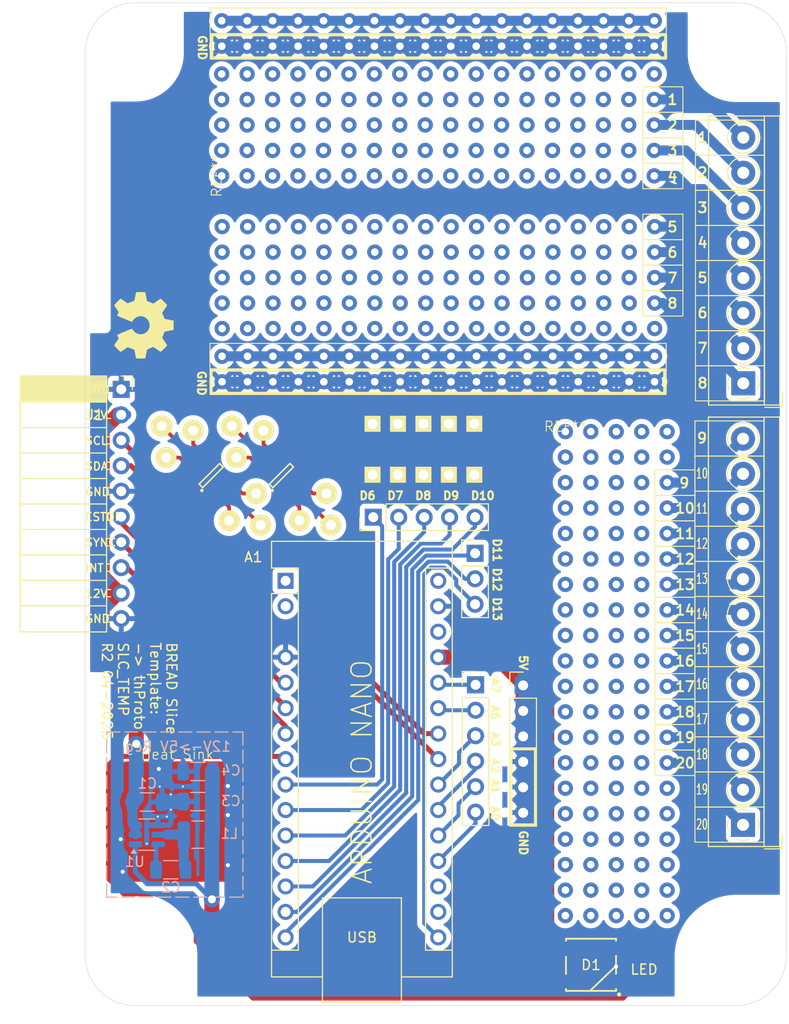
<source format=kicad_pcb>
(kicad_pcb (version 20240108) (generator "pcbnew") (generator_version "8.0")
  (layers (0 "F.Cu" signal) (31 "B.Cu" signal) (34 "B.Paste" user) (35 "F.Paste" user) (36 "B.SilkS" user "B.Silkscreen") (37 "F.SilkS" user "F.Silkscreen") (38 "B.Mask" user) (39 "F.Mask" user) (44 "Edge.Cuts" user))
  (net 0 "")
  (net 3 "GND")
  (net 4 "/D12")
  (net 5 "+5V")
  (net 6 "/LED")
  (net 7 "/I2C_CLK")
  (net 8 "/D11")
  (net 9 "/I2C_DAT")
  (net 10 "/D10")
  (net 11 "/SYNC")
  (net 13 "/E_STOP")
  (net 14 "/A0")
  (net 15 "/A6")
  (net 16 "/A1")
  (net 17 "/A2")
  (net 18 "+12V")
  (net 19 "/INT")
  (net 20 "/D8")
  (net 21 "/A7")
  (net 22 "/D6")
  (net 23 "/D7")
  (net 24 "/D9")
  (net 25 "/D13")
  (net 26 "/A3")
  (net 27 "/RESET")
  (net 28 "Net-(U1-SW)")
  (net 29 "Net-(U1-BST)")
  (net 30 "unconnected-(A1-VIN-Pad30)")
  (net 32 "/AREF")
  (footprint "MountingHole:MountingHole_5mm" (layer "F.Cu") (at 127.6 44.8)
    (property "Reference" "H1" (hide yes))
    (property "Value" "MountingHole")
  )
  (footprint "MountingHole:MountingHole_5mm" (layer "F.Cu") (at 187.6 44.8)
    (property "Reference" "H3" (hide yes))
    (property "Value" "MountingHole")
  )
  (footprint "MountingHole:MountingHole_5mm" (layer "F.Cu") (at 127.6 134.8)
    (property "Reference" "H2" (hide yes))
    (property "Value" "MountingHole")
  )
  (footprint "MountingHole:MountingHole_5mm" (layer "F.Cu") (at 187.6 134.8)
    (property "Reference" "H4" (hide yes))
    (property "Value" "MountingHole")
  )
  (footprint "Module:Arduino_Nano" (layer "F.Cu") (at 142.61 97.44)
    (property "Reference" "A1")
    (property "Value" "Arduino_Nano_v3.x")
  )
  (footprint "Connector_PinSocket_2.54mm:PinSocket_1x10_P2.54mm_Horizontal" (layer "F.Cu") (at 126.2 78.35)
    (property "Reference" "J1")
    (property "Value" "Conn_01x10_Female")
  )
  (footprint "Symbol:OSHW-Symbol_6.7x6mm_SilkScreen" (layer "F.Cu") (at 128.45 71.95 -90)
    (property "Reference" "Logo1" (hide yes))
    (property "Value" "Logo_Open_Hardware_Small" (hide yes))
  )
  (footprint "KML-Custom:Thermal Pad" (layer "F.Cu") (at 131.8 121.45)
    (property "Reference" "HS1")
    (property "Value" "Heatsink_Pad")
  )
  (footprint "kicad_wrk:PROTO-0805" (layer "F.Cu") (at 158.91 84.325 90)
    (property "Reference" "")
    (property "Value" "")
  )
  (footprint "Connector_PinHeader_2.54mm:PinHeader_1x03_P2.54mm_Vertical" (layer "F.Cu") (at 161.525 94.7)
    (property "Reference" "REF**" (hide yes))
    (property "Value" "PinHeader_1x03_P2.54mm_Vertical" (hide yes))
  )
  (footprint "kicad_wrk:PROTO-0805" (layer "F.Cu") (at 156.37 84.325 90)
    (property "Reference" "")
    (property "Value" "")
  )
  (footprint "Connector_PinHeader_2.54mm:PinHeader_1x06_P2.54mm_Vertical" (layer "F.Cu") (at 161.575 107.81)
    (property "Reference" "REF**" (hide yes))
    (property "Value" "PinHeader_1x06_P2.54mm_Vertical" (hide yes))
  )
  (footprint "SparkFun-LED:WS2812-5050-4PIN" (layer "F.Cu") (at 173.1 135.732769)
    (property "Reference" "D1")
    (property "Value" "WS2812B_5050")
  )
  (footprint "Connector_PinHeader_2.54mm:PinHeader_1x05_P2.54mm_Vertical" (layer "F.Cu") (at 151.365 91.1 90)
    (property "Reference" "REF**" (hide yes))
    (property "Value" "PinHeader_1x05_P2.54mm_Vertical" (hide yes))
  )
  (footprint "kicad_wrk:PROTO-SOT-23-6" (layer "F.Cu") (at 135.177465 86.948075 135)
    (property "Reference" "")
    (property "Value" "")
  )
  (footprint "proto:protogrid_5x15" (layer "F.Cu") (at 179.455 62.125 -90)
    (property "Reference" "REF**" (hide yes))
    (property "Value" "protogrid_5x15" (hide yes))
  )
  (footprint "kicad_wrk:PROTO-SOT-23-6" (layer "F.Cu") (at 142.193629 86.943629 135)
    (property "Reference" "")
    (property "Value" "")
  )
  (footprint "TerminalBlock_4Ucon:TerminalBlock_4Ucon_1x12_P3.50mm_Horizontal" (layer "F.Cu") (at 188.275 121.775 90)
    (property "Reference" "REF**" (hide yes))
    (property "Value" "TerminalBlock_4Ucon_1x12_P3.50mm_Horizontal" (hide yes))
  )
  (footprint "proto:protogrid_5x15" (layer "F.Cu") (at 136.23 57.064 90)
    (property "Reference" "REF**")
    (property "Value" "protogrid_5x15")
  )
  (footprint "TerminalBlock_4Ucon:TerminalBlock_4Ucon_1x08_P3.50mm_Horizontal" (layer "F.Cu") (at 188.3 77.75 90)
    (property "Reference" "REF**" (hide yes))
    (property "Value" "TerminalBlock_4Ucon_1x08_P3.50mm_Horizontal" (hide yes))
  )
  (footprint "kicad_wrk:PROTO-0805" (layer "F.Cu") (at 153.83 84.325 -90)
    (property "Reference" "")
    (property "Value" "")
  )
  (footprint "kicad_wrk:PROTO-0805" (layer "F.Cu") (at 161.45 84.325 90)
    (property "Reference" "")
    (property "Value" "")
  )
  (footprint "kicad_wrk:PROTO-0805" (layer "F.Cu") (at 151.29 84.325 90)
    (property "Reference" "")
    (property "Value" "")
  )
  (footprint "proto:protogrid_5x20" (layer "F.Cu") (at 170.54 82.565)
    (property "Reference" "REF**")
    (property "Value" "protogrid_5x20" (hide yes))
  )
  (footprint "Connector_PinHeader_2.54mm:PinHeader_1x06_P2.54mm_Vertical" (layer "F.Cu") (at 166.325 107.875)
    (property "Reference" "REF**" (hide yes))
    (property "Value" "PinHeader_1x06_P2.54mm_Vertical" (hide yes))
  )
  (footprint "Capacitor_SMD:C_1206_3216Metric" (layer "B.Cu") (at 128.8 119.5 180)
    (property "Reference" "C1")
    (property "Value" "22uF")
  )
  (footprint "Package_TO_SOT_SMD:TSOT-23-6" (layer "B.Cu") (at 128.75 122.755)
    (property "Reference" "U1")
    (property "Value" "~")
  )
  (footprint "Capacitor_SMD:C_1206_3216Metric" (layer "B.Cu") (at 131.15 126.255 180)
    (property "Reference" "C2")
    (property "Value" "100nF")
  )
  (footprint "Capacitor_SMD:C_1206_3216Metric" (layer "B.Cu") (at 133.85 119.455)
    (property "Reference" "C3")
    (property "Value" "22uF")
  )
  (footprint "Capacitor_SMD:C_1206_3216Metric" (layer "B.Cu") (at 133.85 116.455)
    (property "Reference" "C4")
    (property "Value" "22uF")
  )
  (footprint "Inductor_SMD:L_1210_3225Metric" (layer "B.Cu") (at 133.85 122.755)
    (property "Reference" "L1")
    (property "Value" "4.7uH")
  )
  (gr_rect (start 124.75 112.516) (end 138.35 128.984) (stroke (width 0.12) (type dash)) (fill none) (layer "B.SilkS"))
  (gr_rect (start 179.475 104.16) (end 183.475 106.7) (stroke (width 0.1)) (fill none) (layer "F.SilkS"))
  (gr_rect (start 179.475 86.38) (end 183.475 88.92) (stroke (width 0.1)) (fill none) (layer "F.SilkS"))
  (gr_rect (start 183.525 65.5) (end 190.425 69) (stroke (width 0.1)) (fill none) (layer "F.SilkS"))
  (gr_rect (start 178.275 65.96) (end 182.275 68.5) (stroke (width 0.1)) (fill none) (layer "F.SilkS"))
  (gr_rect (start 165.1125 114.2) (end 167.55 121.775) (stroke (width 0.3)) (fill none) (layer "F.SilkS"))
  (gr_rect (start 183.525 72.5) (end 190.425 76) (stroke (width 0.1)) (fill none) (layer "F.SilkS"))
  (gr_rect (start 178.275 55.8) (end 182.275 58.34) (stroke (width 0.1)) (fill none) (layer "F.SilkS"))
  (gr_rect (start 183.475 120) (end 190.375 123.5) (stroke (width 0.1)) (fill none) (layer "F.SilkS"))
  (gr_rect (start 179.475 96.54) (end 183.475 99.08) (stroke (width 0.1)) (fill none) (layer "F.SilkS"))
  (gr_rect (start 183.475 99) (end 190.375 102.5) (stroke (width 0.1)) (fill none) (layer "F.SilkS"))
  (gr_rect (start 178.275 48.18) (end 182.275 50.72) (stroke (width 0.1)) (fill none) (layer "F.SilkS"))
  (gr_rect (start 183.475 95.5) (end 190.375 99) (stroke (width 0.1)) (fill none) (layer "F.SilkS"))
  (gr_rect (start 179.475 91.46) (end 183.475 94) (stroke (width 0.1)) (fill none) (layer "F.SilkS"))
  (gr_rect (start 179.475 106.7) (end 183.475 109.24) (stroke (width 0.1)) (fill none) (layer "F.SilkS"))
  (gr_rect (start 179.475 109.24) (end 183.475 111.78) (stroke (width 0.1)) (fill none) (layer "F.SilkS"))
  (gr_rect (start 179.475 88.92) (end 183.475 91.46) (stroke (width 0.1)) (fill none) (layer "F.SilkS"))
  (gr_rect (start 183.475 81.5) (end 190.375 85) (stroke (width 0.1)) (fill none) (layer "F.SilkS"))
  (gr_rect (start 183.475 116.5) (end 190.375 120) (stroke (width 0.1)) (fill none) (layer "F.SilkS"))
  (gr_rect (start 178.275 53.26) (end 182.275 55.8) (stroke (width 0.1)) (fill none) (layer "F.SilkS"))
  (gr_rect (start 179.475 99.08) (end 183.475 101.62) (stroke (width 0.1)) (fill none) (layer "F.SilkS"))
  (gr_rect (start 179.475 94) (end 183.475 96.54) (stroke (width 0.1)) (fill none) (layer "F.SilkS"))
  (gr_rect (start 183.525 62) (end 190.425 65.5) (stroke (width 0.1)) (fill none) (layer "F.SilkS"))
  (gr_rect (start 183.475 88.5) (end 190.375 92) (stroke (width 0.1)) (fill none) (layer "F.SilkS"))
  (gr_rect (start 183.475 102.5) (end 190.375 106) (stroke (width 0.1)) (fill none) (layer "F.SilkS"))
  (gr_rect (start 183.525 51.5) (end 190.425 55) (stroke (width 0.1)) (fill none) (layer "F.SilkS"))
  (gr_rect (start 183.525 55) (end 190.425 58.5) (stroke (width 0.1)) (fill none) (layer "F.SilkS"))
  (gr_rect (start 178.275 50.72) (end 182.275 53.26) (stroke (width 0.1)) (fill none) (layer "F.SilkS"))
  (gr_rect (start 183.475 85) (end 190.375 88.5) (stroke (width 0.1)) (fill none) (layer "F.SilkS"))
  (gr_rect (start 183.525 58.5) (end 190.425 62) (stroke (width 0.1)) (fill none) (layer "F.SilkS"))
  (gr_rect (start 178.275 60.88) (end 182.275 63.42) (stroke (width 0.1)) (fill none) (layer "F.SilkS"))
  (gr_rect (start 179.475 114.32) (end 183.475 116.86) (stroke (width 0.1)) (fill none) (layer "F.SilkS"))
  (gr_rect (start 183.475 113) (end 190.375 116.5) (stroke (width 0.1)) (fill none) (layer "F.SilkS"))
  (gr_rect (start 183.475 109.5) (end 190.375 113) (stroke (width 0.1)) (fill none) (layer "F.SilkS"))
  (gr_rect (start 135.18 76.44) (end 180.455 78.74) (stroke (width 0.3)) (fill none) (layer "F.SilkS"))
  (gr_rect (start 135.25 43) (end 180.55 45.3) (stroke (width 0.3)) (fill none) (layer "F.SilkS"))
  (gr_rect (start 178.275 68.5) (end 182.275 71.04) (stroke (width 0.1)) (fill none) (layer "F.SilkS"))
  (gr_rect (start 179.475 111.78) (end 183.475 114.32) (stroke (width 0.1)) (fill none) (layer "F.SilkS"))
  (gr_rect (start 179.475 101.62) (end 183.475 104.16) (stroke (width 0.1)) (fill none) (layer "F.SilkS"))
  (gr_rect (start 178.275 63.42) (end 182.275 65.96) (stroke (width 0.1)) (fill none) (layer "F.SilkS"))
  (gr_rect (start 183.475 106) (end 190.375 109.5) (stroke (width 0.1)) (fill none) (layer "F.SilkS"))
  (gr_rect (start 183.525 69) (end 190.425 72.5) (stroke (width 0.1)) (fill none) (layer "F.SilkS"))
  (gr_rect (start 183.475 92) (end 190.375 95.5) (stroke (width 0.1)) (fill none) (layer "F.SilkS"))
  (gr_rect (start 183.525 76) (end 190.425 79.5) (stroke (width 0.1)) (fill none) (layer "F.SilkS"))
  (gr_line (start 192.6 44.8) (end 192.6 94.8) (stroke (width 0.05)) (layer "Edge.Cuts"))
  (gr_arc (start 187.6 39.8) (mid 191.135534 41.264466) (end 192.6 44.8) (stroke (width 0.05)) (layer "Edge.Cuts"))
  (gr_arc (start 192.6 134.8) (mid 191.135534 138.335534) (end 187.6 139.8) (stroke (width 0.05)) (layer "Edge.Cuts"))
  (gr_line (start 152.6 39.8) (end 187.6 39.8) (stroke (width 0.05)) (layer "Edge.Cuts"))
  (gr_arc (start 122.6 44.8) (mid 124.064466 41.264466) (end 127.6 39.8) (stroke (width 0.05)) (layer "Edge.Cuts"))
  (gr_line (start 192.6 94.8) (end 192.6 134.8) (stroke (width 0.05)) (layer "Edge.Cuts"))
  (gr_line (start 122.6 134.8) (end 122.6 44.8) (stroke (width 0.05)) (layer "Edge.Cuts"))
  (gr_line (start 127.6 39.8) (end 152.6 39.8) (stroke (width 0.05)) (layer "Edge.Cuts"))
  (gr_arc (start 127.6 139.8) (mid 124.064466 138.335534) (end 122.6 134.8) (stroke (width 0.05)) (layer "Edge.Cuts"))
  (gr_line (start 160.188 139.8) (end 187.6 139.8) (stroke (width 0.05)) (layer "Edge.Cuts"))
  (gr_line (start 127.6 139.8) (end 160.188 139.8) (stroke (width 0.05)) (layer "Edge.Cuts"))
  (gr_text "12V->5V Reg" (at 131.85 114.555 0) (layer "B.SilkS") (effects (font (size 1 1)) (justify bottom mirror)))
  (gr_text "16" (at 183.525 108.325 0) (layer "F.SilkS") (effects (font (size 1 0.6) (thickness 0.125) (bold yes)) (justify left bottom)))
  (gr_text "17" (at 183.525 111.825 0) (layer "F.SilkS") (effects (font (size 1 0.6) (thickness 0.125) (bold yes)) (justify left bottom)))
  (gr_text "GND" (at 123.829762 88.575 0) (layer "F.SilkS") (effects (font (size 0.8 0.8))))
  (gr_text "15" (at 183.525 104.825 0) (layer "F.SilkS") (effects (font (size 1 0.6) (thickness 0.125) (bold yes)) (justify left bottom)))
  (gr_text "D11 D12 D13" (at 163.25 93.1 270) (layer "F.SilkS") (effects (font (size 0.8 0.8) (thickness 0.2) (bold yes)) (justify left bottom)))
  (gr_text "18" (at 183.525 115.325 0) (layer "F.SilkS") (effects (font (size 1 0.6) (thickness 0.125) (bold yes)) (justify left bottom)))
  (gr_text "20" (at 181.4 116.2 0) (layer "F.SilkS") (effects (font (size 1 1) (thickness 0.2) (bold yes)) (justify left bottom)))
  (gr_text "19" (at 181.4 113.66 0) (layer "F.SilkS") (effects (font (size 1 1) (thickness 0.2) (bold yes)) (justify left bottom)))
  (gr_text "4" (at 180.625 57.67 0) (layer "F.SilkS") (effects (font (size 1 1) (thickness 0.2) (bold yes)) (justify left bottom)))
  (gr_text "7" (at 183.625 74.825 0) (layer "F.SilkS") (effects (font (size 1 1) (thickness 0.2) (bold yes)) (justify left bottom)))
  (gr_text "4" (at 183.625 64.325 0) (layer "F.SilkS") (effects (font (size 1 1) (thickness 0.2) (bold yes)) (justify left bottom)))
  (gr_text "11" (at 183.525 90.825 0) (layer "F.SilkS") (effects (font (size 1 0.6) (thickness 0.125) (bold yes)) (justify left bottom)))
  (gr_text "16" (at 181.4 106.04 0) (layer "F.SilkS") (effects (font (size 1 1) (thickness 0.2) (bold yes)) (justify left bottom)))
  (gr_text "13" (at 181.4 98.42 0) (layer "F.SilkS") (effects (font (size 1 1) (thickness 0.2) (bold yes)) (justify left bottom)))
  (gr_text "LED" (at 178.4 136.2 0) (layer "F.SilkS") (effects (font (size 1 1))))
  (gr_text "5" (at 180.625 62.75 0) (layer "F.SilkS") (effects (font (size 1 1) (thickness 0.2) (bold yes)) (justify left bottom)))
  (gr_text "5" (at 183.625 67.825 0) (layer "F.SilkS") (effects (font (size 1 1) (thickness 0.2) (bold yes)) (justify left bottom)))
  (gr_text "12V" (at 123.715477 98.725 0) (layer "F.SilkS") (effects (font (size 0.8 0.8))))
  (gr_text "3" (at 180.625 55.13 0) (layer "F.SilkS") (effects (font (size 1 1) (thickness 0.2) (bold yes)) (justify left bottom)))
  (gr_text "GND" (at 165.875 122.225 270) (layer "F.SilkS") (effects (font (size 0.8 0.8) (thickness 0.2) (bold yes)) (justify left bottom)))
  (gr_text "SYNC" (at 124.153572 93.625 0) (layer "F.SilkS") (effects (font (size 0.8 0.8))))
  (gr_text "GND" (at 123.829762 101.225 0) (layer "F.SilkS") (effects (font (size 0.8 0.8))))
  (gr_text "BREAD Slice\nTemplate:\n-> thProto\nSLC_TEMP\nR2 04-2025" (at 128 103.5 270) (layer "F.SilkS") (effects (font (size 1 1)) (justify left)))
  (gr_text "GND" (at 123.829762 78.375 0) (layer "F.SilkS") (effects (font (size 0.8 0.8))))
  (gr_text "12" (at 181.4 95.88 0) (layer "F.SilkS") (effects (font (size 1 1) (thickness 0.2) (bold yes)) (justify left bottom)))
  (gr_text "GND" (at 133.825 42.925 270) (layer "F.SilkS") (effects (font (size 0.8 0.8) (thickness 0.2) (bold yes)) (justify left bottom)))
  (gr_text "A7  A6  A3  A2 A1  A0" (at 163.075 107.05 270) (layer "F.SilkS") (effects (font (size 0.8 0.8) (thickness 0.2) (bold yes)) (justify left bottom)))
  (gr_text "10" (at 183.525 87.325 0) (layer "F.SilkS") (effects (font (size 1 0.6) (thickness 0.125) (bold yes)) (justify left bottom)))
  (gr_text "10" (at 181.4 90.8 0) (layer "F.SilkS") (effects (font (size 1 1) (thickness 0.2) (bold yes)) (justify left bottom)))
  (gr_text "D6  D7  D8  D9  D10" (at 149.875 89.425 0) (layer "F.SilkS") (effects (font (size 0.8 0.8) (thickness 0.2) (bold yes)) (justify left bottom)))
  (gr_text "9" (at 181.8 88.275 0) (layer "F.SilkS") (effects (font (size 1 1) (thickness 0.2) (bold yes)) (justify left bottom)))
  (gr_text "2" (at 180.625 52.59 0) (layer "F.SilkS") (effects (font (size 1 1) (thickness 0.2) (bold yes)) (justify left bottom)))
  (gr_text "7" (at 180.625 67.83 0) (layer "F.SilkS") (effects (font (size 1 1) (thickness 0.2) (bold yes)) (justify left bottom)))
  (gr_text "13" (at 183.525 97.825 0) (layer "F.SilkS") (effects (font (size 1 0.6) (thickness 0.125) (bold yes)) (justify left bottom)))
  (gr_text "20" (at 183.525 122.325 0) (layer "F.SilkS") (effects (font (size 1 0.6) (thickness 0.125) (bold yes)) (justify left bottom)))
  (gr_text "18" (at 181.4 111.12 0) (layer "F.SilkS") (effects (font (size 1 1) (thickness 0.2) (bold yes)) (justify left bottom)))
  (gr_text "6" (at 180.625 65.29 0) (layer "F.SilkS") (effects (font (size 1 1) (thickness 0.2) (bold yes)) (justify left bottom)))
  (gr_text "ESTOP" (at 124.477381 91.075 0) (layer "F.SilkS") (effects (font (size 0.8 0.8))))
  (gr_text "3" (at 183.625 60.825 0) (layer "F.SilkS") (effects (font (size 1 1) (thickness 0.2) (bold yes)) (justify left bottom)))
  (gr_text "8" (at 183.625 78.325 0) (layer "F.SilkS") (effects (font (size 1 1) (thickness 0.2) (bold yes)) (justify left bottom)))
  (gr_text "5V" (at 165.875 104.75 270) (layer "F.SilkS") (effects (font (size 0.8 0.8) (thickness 0.2) (bold yes)) (justify left bottom)))
  (gr_text "INT" (at 123.525 96.175 0) (layer "F.SilkS") (effects (font (size 0.8 0.8))))
  (gr_text "19" (at 183.525 118.825 0) (layer "F.SilkS") (effects (font (size 1 0.6) (thickness 0.125) (bold yes)) (justify left bottom)))
  (gr_text "SDA" (at 123.734524 86.025 0) (layer "F.SilkS") (effects (font (size 0.8 0.8))))
  (gr_text "GND" (at 133.755 76.39 270) (layer "F.SilkS") (effects (font (size 0.8 0.8) (thickness 0.2) (bold yes)) (justify left bottom)))
  (gr_text "9" (at 183.575 83.8 0) (layer "F.SilkS") (effects (font (size 1 1) (thickness 0.2) (bold yes)) (justify left bottom)))
  (gr_text "6" (at 183.625 71.325 0) (layer "F.SilkS") (effects (font (size 1 1) (thickness 0.2) (bold yes)) (justify left bottom)))
  (gr_text "17" (at 181.4 108.58 0) (layer "F.SilkS") (effects (font (size 1 1) (thickness 0.2) (bold yes)) (justify left bottom)))
  (gr_text "SCL" (at 123.715477 83.475 0) (layer "F.SilkS") (effects (font (size 0.8 0.8))))
  (gr_text "ARDUINO NANO" (at 150.22 116.49 90) (layer "F.SilkS") (effects (font (size 2 2))))
  (gr_text "1" (at 180.625 50.05 0) (layer "F.SilkS") (effects (font (size 1 1) (thickness 0.2) (bold yes)) (justify left bottom)))
  (gr_text "14" (at 183.525 101.325 0) (layer "F.SilkS") (effects (font (size 1 0.6) (thickness 0.125) (bold yes)) (justify left bottom)))
  (gr_text "15" (at 181.4 103.5 0) (layer "F.SilkS") (effects (font (size 1 1) (thickness 0.2) (bold yes)) (justify left bottom)))
  (gr_text "2" (at 183.625 57.325 0) (layer "F.SilkS") (effects (font (size 1 1) (thickness 0.2) (bold yes)) (justify left bottom)))
  (gr_text "11" (at 181.4 93.34 0) (layer "F.SilkS") (effects (font (size 1 1) (thickness 0.2) (bold yes)) (justify left bottom)))
  (gr_text "12V" (at 123.715477 80.925 0) (layer "F.SilkS") (effects (font (size 0.8 0.8))))
  (gr_text "8" (at 180.625 70.37 0) (layer "F.SilkS") (effects (font (size 1 1) (thickness 0.2) (bold yes)) (justify left bottom)))
  (gr_text "12" (at 183.525 94.325 0) (layer "F.SilkS") (effects (font (size 1 0.6) (thickness 0.125) (bold yes)) (justify left bottom)))
  (gr_text "1" (at 183.625 53.825 0) (layer "F.SilkS") (effects (font (size 1 1) (thickness 0.2) (bold yes)) (justify left bottom)))
  (gr_text "14" (at 181.4 100.96 0) (layer "F.SilkS") (effects (font (size 1 1) (thickness 0.2) (bold yes)) (justify left bottom)))
  (segment (start 136.973517 90.087629) (end 136.973517 91.438203) (width 0.3556) (layer "F.Cu") (net 0))
  (segment (start 144.09009 87.403248) (end 143.996752 87.403248) (width 0.3556) (layer "F.Cu") (net 0))
  (segment (start 135.637085 88.844535) (end 135.637085 88.751197) (width 0.3556) (layer "F.Cu") (net 0))
  (segment (start 134.046095 85.816704) (end 130.238325 82.008934) (width 0.3556) (layer "F.Cu") (net 0))
  (segment (start 140.116606 91.887215) (end 136.308836 88.079445) (width 0.3556) (layer "F.Cu") (net 0))
  (segment (start 143.996752 87.403248) (end 145.333184 88.73968) (width 0.3556) (layer "F.Cu") (net 0))
  (segment (start 135.637085 88.751197) (end 136.973517 90.087629) (width 0.3556) (layer "F.Cu") (net 0))
  (segment (start 142.653249 88.840089) (end 142.653249 88.746751) (width 0.3556) (layer "F.Cu") (net 0))
  (segment (start 133.374343 86.488455) (end 132.037911 85.152023) (width 0.3556) (layer "F.Cu") (net 0))
  (segment (start 140.397578 83.804074) (end 140.397578 82.453501) (width 0.3556) (layer "F.Cu") (net 0))
  (segment (start 137.073926 87.407694) (end 136.980588 87.407694) (width 0.3556) (layer "F.Cu") (net 0))
  (segment (start 145.333184 88.73968) (end 146.683757 88.73968) (width 0.3556) (layer "F.Cu") (net 0))
  (segment (start 141.73401 85.140506) (end 140.397578 83.804074) (width 0.3556) (layer "F.Cu") (net 0))
  (segment (start 143.989681 90.083183) (end 143.989681 91.433757) (width 0.3556) (layer "F.Cu") (net 0))
  (segment (start 140.390507 86.484009) (end 139.054075 85.147577) (width 0.3556) (layer "F.Cu") (net 0))
  (segment (start 133.381414 83.80852) (end 133.381414 82.457947) (width 0.3556) (layer "F.Cu") (net 0))
  (segment (start 141.062259 85.812258) (end 137.254489 82.004488) (width 0.3556) (layer "F.Cu") (net 0))
  (segment (start 139.054075 85.147577) (end 137.703501 85.147577) (width 0.3556) (layer "F.Cu") (net 0))
  (segment (start 147.13277 91.882769) (end 143.325 88.074999) (width 0.3556) (layer "F.Cu") (net 0))
  (segment (start 138.31702 88.744126) (end 139.667593 88.744126) (width 0.3556) (layer "F.Cu") (net 0))
  (segment (start 136.980588 87.407694) (end 138.31702 88.744126) (width 0.3556) (layer "F.Cu") (net 0))
  (segment (start 134.717846 85.144952) (end 133.381414 83.80852) (width 0.3556) (layer "F.Cu") (net 0))
  (segment (start 142.653249 88.746751) (end 143.989681 90.083183) (width 0.3556) (layer "F.Cu") (net 0))
  (segment (start 132.037911 85.152023) (end 130.687337 85.152023) (width 0.3556) (layer "F.Cu") (net 0))
  (segment (start 183.534 51.984) (end 188.3 56.75) (width 1) (layer "B.Cu") (net 0))
  (segment (start 179.41 54.524) (end 182.574 54.524) (width 1) (layer "B.Cu") (net 0))
  (segment (start 179.41 51.984) (end 183.534 51.984) (width 1) (layer "B.Cu") (net 0))
  (segment (start 182.574 54.524) (end 188.3 60.25) (width 1) (layer "B.Cu") (net 0))
  (segment (start 175.6 135.9) (end 175.6 137.255769) (width 0.5) (layer "F.Cu") (net 3))
  (via (at 136.85 117.905) (size 0.8) (drill 0.4) (layers "F.Cu" "B.Cu") (net 3))
  (via (at 126.35 126.455) (size 0.8) (drill 0.4) (layers "F.Cu" "B.Cu") (net 3))
  (via (at 129.85 120.955) (size 0.5) (drill 0.2) (layers "F.Cu" "B.Cu") (net 3))
  (via (at 129.95 116.205) (size 0.8) (drill 0.4) (layers "F.Cu" "B.Cu") (net 3))
  (via (at 131.15 120.255) (size 0.5) (drill 0.2) (layers "F.Cu" "B.Cu") (net 3))
  (via (at 131.15 118.755) (size 0.5) (drill 0.2) (layers "F.Cu" "B.Cu") (net 3))
  (via (at 130.05 117.955) (size 0.5) (drill 0.2) (layers "F.Cu" "B.Cu") (net 3))
  (via (at 175.6 135.9) (size 0.8) (drill 0.4) (layers "F.Cu" "B.Cu") (net 3))
  (via (at 132.35 117.955) (size 0.5) (drill 0.2) (layers "F.Cu" "B.Cu") (net 3))
  (via (at 126.15 123.205) (size 0.8) (drill 0.4) (layers "F.Cu" "B.Cu") (net 3))
  (via (at 136.85 125.805) (size 0.8) (drill 0.4) (layers "F.Cu" "B.Cu") (net 3))
  (via (at 136.85 120.805) (size 0.8) (drill 0.4) (layers "F.Cu" "B.Cu") (net 3))
  (via (at 130.75 120.955) (size 0.5) (drill 0.2) (layers "F.Cu" "B.Cu") (net 3))
  (via (at 128.75 123.655) (size 0.5) (drill 0.2) (layers "F.Cu" "B.Cu") (net 3))
  (segment (start 180.7 107.965) (end 184.965 107.965) (width 1) (layer "B.Cu") (net 3))
  (segment (start 180.7 110.505) (end 184.005 110.505) (width 1) (layer "B.Cu") (net 3))
  (segment (start 129.8875 121.805) (end 128.8 121.805) (width 0.5) (layer "B.Cu") (net 3))
  (segment (start 182.085 115.585) (end 188.275 121.775) (width 1) (layer "B.Cu") (net 3))
  (segment (start 131.55 117.955) (end 133.25 117.955) (width 0.5) (layer "B.Cu") (net 3))
  (segment (start 180.7 115.585) (end 182.085 115.585) (width 1) (layer "B.Cu") (net 3))
  (segment (start 128.8 121.805) (end 128.75 121.855) (width 0.5) (layer "B.Cu") (net 3))
  (segment (start 130.32 119.455) (end 132.375 119.455) (width 1.5) (layer "B.Cu") (net 3))
  (segment (start 132.35 117.955) (end 131.55 117.955) (width 0.5) (layer "B.Cu") (net 3))
  (segment (start 180.7 102.885) (end 186.885 102.885) (width 1) (layer "B.Cu") (net 3))
  (segment (start 128.95 120.955) (end 128.75 121.155) (width 0.5) (layer "B.Cu") (net 3))
  (segment (start 180.7 105.425) (end 185.925 105.425) (width 1) (layer "B.Cu") (net 3))
  (segment (start 131 121.805) (end 131.15 121.655) (width 0.5) (layer "B.Cu") (net 3))
  (segment (start 187.845 100.345) (end 188.275 100.775) (width 1) (layer "B.Cu") (net 3))
  (segment (start 186.885 102.885) (end 188.275 104.275) (width 1) (layer "B.Cu") (net 3))
  (segment (start 129.85 121.7675) (end 129.8875 121.805) (width 0.5) (layer "B.Cu") (net 3))
  (segment (start 129.85 120.955) (end 128.95 120.955) (width 0.5) (layer "B.Cu") (net 3))
  (segment (start 179.455 64.665) (end 182.215 64.665) (width 1) (layer "B.Cu") (net 3))
  (segment (start 183.175 62.125) (end 188.3 67.25) (width 1) (layer "B.Cu") (net 3))
  (segment (start 182.215 64.665) (end 188.3 70.75) (width 1) (layer "B.Cu") (net 3))
  (segment (start 180.7 92.725) (end 185.825 92.725) (width 1) (layer "B.Cu") (net 3))
  (segment (start 180.295 69.745) (end 188.3 77.75) (width 1) (layer "B.Cu") (net 3))
  (segment (start 184.005 110.505) (end 188.275 114.775) (width 1) (layer "B.Cu") (net 3))
  (segment (start 180.7 95.265) (end 186.785 95.265) (width 1) (layer "B.Cu") (net 3))
  (segment (start 131.15 120.555) (end 130.75 120.955) (width 0.5) (layer "B.Cu") (net 3))
  (segment (start 184.965 107.965) (end 188.275 111.275) (width 1) (layer "B.Cu") (net 3))
  (segment (start 180.7 87.645) (end 183.905 87.645) (width 1) (layer "B.Cu") (net 3))
  (segment (start 136.24 41.594) (end 179.42 41.594) (width 1) (layer "B.Cu") (net 3))
  (segment (start 128.75 121.855) (end 128.75 123.655) (width 0.5) (layer "B.Cu") (net 3))
  (segment (start 183.905 87.645) (end 188.275 83.275) (width 1) (layer "B.Cu") (net 3))
  (segment (start 184.494 49.444) (end 188.3 53.25) (width 1) (layer "B.Cu") (net 3))
  (segment (start 131.15 119.455) (end 131.15 120.255) (width 0.5) (layer "B.Cu") (net 3))
  (segment (start 131.15 119.455) (end 131.15 118.755) (width 0.5) (layer "B.Cu") (net 3))
  (segment (start 136.24 44.134) (end 179.42 44.134) (width 1) (layer "B.Cu") (net 3))
  (segment (start 179.41 49.444) (end 184.494 49.444) (width 1) (layer "B.Cu") (net 3))
  (segment (start 183.045 113.045) (end 188.275 118.275) (width 1) (layer "B.Cu") (net 3))
  (segment (start 181.255 67.205) (end 188.3 74.25) (width 1) (layer "B.Cu") (net 3))
  (segment (start 179.455 62.125) (end 183.175 62.125) (width 1) (layer "B.Cu") (net 3))
  (segment (start 186.785 95.265) (end 188.275 93.775) (width 1) (layer "B.Cu") (net 3))
  (segment (start 185.825 92.725) (end 188.275 90.275) (width 1) (layer "B.Cu") (net 3))
  (segment (start 179.455 67.205) (end 181.255 67.205) (width 1) (layer "B.Cu") (net 3))
  (segment (start 180.7 100.345) (end 187.845 100.345) (width 1) (layer "B.Cu") (net 3))
  (segment (start 180.7 97.805) (end 187.745 97.805) (width 1) (layer "B.Cu") (net 3))
  (segment (start 180.7 90.185) (end 184.865 90.185) (width 1) (layer "B.Cu") (net 3))
  (segment (start 180.7 113.045) (end 183.045 113.045) (width 1) (layer "B.Cu") (net 3))
  (segment (start 181.614 57.064) (end 188.3 63.75) (width 1) (layer "B.Cu") (net 3))
  (segment (start 130.75 120.955) (end 129.85 120.955) (width 0.5) (layer "B.Cu") (net 3))
  (segment (start 128.75 121.155) (end 128.75 121.855) (width 0.5) (layer "B.Cu") (net 3))
  (segment (start 131.15 121.655) (end 131.15 120.255) (width 0.5) (layer "B.Cu") (net 3))
  (segment (start 187.745 97.805) (end 188.275 97.275) (width 1) (layer "B.Cu") (net 3))
  (segment (start 136.265 77.595) (end 179.445 77.595) (width 1) (layer "B.Cu") (net 3))
  (segment (start 184.865 90.185) (end 188.275 86.775) (width 1) (layer "B.Cu") (net 3))
  (segment (start 185.925 105.425) (end 188.275 107.775) (width 1) (layer "B.Cu") (net 3))
  (segment (start 131.15 120.255) (end 131.15 120.555) (width 0.5) (layer "B.Cu") (net 3))
  (segment (start 130.275 119.5) (end 130.32 119.455) (width 1.5) (layer "B.Cu") (net 3))
  (segment (start 129.8875 121.805) (end 131 121.805) (width 0.5) (layer "B.Cu") (net 3))
  (segment (start 129.85 120.955) (end 129.85 121.7675) (width 0.5) (layer "B.Cu") (net 3))
  (segment (start 136.265 75.055) (end 179.445 75.055) (width 1) (layer "B.Cu") (net 3))
  (segment (start 179.41 57.064) (end 181.614 57.064) (width 1) (layer "B.Cu") (net 3))
  (segment (start 179.455 69.745) (end 180.295 69.745) (width 1) (layer "B.Cu") (net 3))
  (segment (start 155.85 96.551472) (end 155.85 119.3) (width 0.4) (layer "B.Cu") (net 4))
  (segment (start 156.876472 95.525) (end 155.85 96.551472) (width 0.4) (layer "B.Cu") (net 4))
  (segment (start 161.525 97.24) (end 160.515 97.24) (width 0.4) (layer "B.Cu") (net 4))
  (segment (start 160.515 97.24) (end 158.8 95.525) (width 0.4) (layer "B.Cu") (net 4))
  (segment (start 155.85 119.3) (end 142.61 132.54) (width 0.4) (layer "B.Cu") (net 4))
  (segment (start 158.8 95.525) (end 156.876472 95.525) (width 0.4) (layer "B.Cu") (net 4))
  (segment (start 142.61 132.54) (end 142.61 133) (width 0.4) (layer "B.Cu") (net 4))
  (segment (start 168.675 133.375) (end 168.675 110.025) (width 1.5) (layer "F.Cu") (net 5))
  (segment (start 163.71 105.06) (end 157.85 105.06) (width 1.5) (layer "F.Cu") (net 5))
  (segment (start 166.325 107.875) (end 166.325 112.955) (width 1.5) (layer "F.Cu") (net 5))
  (segment (start 135.25 133.25) (end 139.85 137.85) (width 1.5) (layer "F.Cu") (net 5))
  (segment (start 135.25 129.2) (end 135.25 133.25) (width 1.5) (layer "F.Cu") (net 5))
  (segment (start 170.532769 134.132769) (end 170.523 134.132769) (width 0.5) (layer "F.Cu") (net 5))
  (segment (start 164.2 137.85) (end 168.25 133.8) (width 1.5) (layer "F.Cu") (net 5))
  (segment (start 168.25 133.8) (end 168.675 133.375) (width 1.5) (layer "F.Cu") (net 5))
  (segment (start 157.83 105.06) (end 157.85 105.06) (width 1.5) (layer "F.Cu") (net 5))
  (segment (start 168.582769 134.132769) (end 170.523 134.132769) (width 0.5) (layer "F.Cu") (net 5))
  (segment (start 139.85 137.85) (end 164.2 137.85) (width 1.5) (layer "F.Cu") (net 5))
  (segment (start 168.675 110.025) (end 163.71 105.06) (width 1.5) (layer "F.Cu") (net 5))
  (segment (start 168.25 133.8) (end 168.582769 134.132769) (width 0.5) (layer "F.Cu") (net 5))
  (via (at 135.25 129.2) (size 1.6) (drill 0.8) (layers "F.Cu" "B.Cu") (net 5))
  (segment (start 135.25 129.2) (end 133.7 127.65) (width 0.5) (layer "B.Cu") (net 5))
  (segment (start 127.6125 126.4625) (end 127.6125 123.705) (width 0.5) (layer "B.Cu") (net 5))
  (segment (start 135.325 116.455) (end 135.3 116.48) (width 1.5) (layer "B.Cu") (net 5))
  (segment (start 128.8 127.65) (end 127.6125 126.4625) (width 0.5) (layer "B.Cu") (net 5))
  (segment (start 135.3 119.48) (end 135.3 122.705) (width 1.5) (layer "B.Cu") (net 5))
  (segment (start 133.7 127.65) (end 128.8 127.65) (width 0.5) (layer "B.Cu") (net 5))
  (segment (start 135.3 116.48) (end 135.3 119.43) (width 1.5) (layer "B.Cu") (net 5))
  (segment (start 135.325 122.68) (end 135.25 122.755) (width 1) (layer "B.Cu") (net 5))
  (segment (start 135.25 129.2) (end 135.25 122.755) (width 1.5) (layer "B.Cu") (net 5))
  (segment (start 158.03 105.24) (end 157.85 105.06) (width 0.5) (layer "B.Cu") (net 5))
  (segment (start 135.325 119.455) (end 135.3 119.48) (width 1.5) (layer "B.Cu") (net 5))
  (segment (start 135.3 122.705) (end 135.25 122.755) (width 1.5) (layer "B.Cu") (net 5))
  (segment (start 135.3 119.43) (end 135.325 119.455) (width 1.5) (layer "B.Cu") (net 5))
  (segment (start 124.925 127.125) (end 124.925 115.825) (width 0.5) (layer "F.Cu") (net 6))
  (segment (start 126.45 128.65) (end 124.925 127.125) (width 0.5) (layer "F.Cu") (net 6))
  (segment (start 177 138.35) (end 176.3 139.05) (width 0.5) (layer "F.Cu") (net 6))
  (segment (start 176.3 139.05) (end 139.352944 139.05) (width 0.5) (layer "F.Cu") (net 6))
  (segment (start 177 135.455769) (end 175.677 134.132769) (width 0.5) (layer "F.Cu") (net 6))
  (segment (start 133.7 130.8) (end 131.55 128.65) (width 0.5) (layer "F.Cu") (net 6))
  (segment (start 177 135.455769) (end 177 138.35) (width 0.5) (layer "F.Cu") (net 6))
  (segment (start 125.8 114.95) (end 142.34 114.95) (width 0.5) (layer "F.Cu") (net 6))
  (segment (start 142.61 115.22) (end 142.69 115.22) (width 0.5) (layer "F.Cu") (net 6))
  (segment (start 131.55 128.65) (end 126.45 128.65) (width 0.5) (layer "F.Cu") (net 6))
  (segment (start 142.34 114.95) (end 142.61 115.22) (width 0.5) (layer "F.Cu") (net 6))
  (segment (start 133.7 133.397056) (end 133.7 130.8) (width 0.5) (layer "F.Cu") (net 6))
  (segment (start 124.925 115.825) (end 125.8 114.95) (width 0.5) (layer "F.Cu") (net 6))
  (segment (start 139.352944 139.05) (end 133.7 133.397056) (width 0.5) (layer "F.Cu") (net 6))
  (segment (start 145.75 102) (end 140.43995 102) (width 0.5) (layer "F.Cu") (net 7))
  (segment (start 129.65 91.21005) (end 129.65 86.88) (width 0.5) (layer "F.Cu") (net 7))
  (segment (start 157.85 112.68) (end 156.43 112.68) (width 0.5) (layer "F.Cu") (net 7))
  (segment (start 140.43995 102) (end 129.65 91.21005) (width 0.5) (layer "F.Cu") (net 7))
  (segment (start 129.65 86.88) (end 126.2 83.43) (width 0.5) (layer "F.Cu") (net 7))
  (segment (start 156.43 112.68) (end 145.75 102) (width 0.5) (layer "F.Cu") (net 7))
  (segment (start 161.525 94.7) (end 161.3 94.925) (width 0.4) (layer "B.Cu") (net 8))
  (segment (start 155.25 118.95) (end 143.74 130.46) (width 0.4) (layer "B.Cu") (net 8))
  (segment (start 156.627944 94.925) (end 155.25 96.302944) (width 0.4) (layer "B.Cu") (net 8))
  (segment (start 161.3 94.925) (end 156.627944 94.925) (width 0.4) (layer "B.Cu") (net 8))
  (segment (start 155.25 96.302944) (end 155.25 118.95) (width 0.4) (layer "B.Cu") (net 8))
  (segment (start 143.74 130.46) (end 142.61 130.46) (width 0.4) (layer "B.Cu") (net 8))
  (segment (start 145.33 102.7) (end 157.85 115.22) (width 0.5) (layer "F.Cu") (net 9))
  (segment (start 126.2 85.97) (end 127.17 85.97) (width 0.5) (layer "F.Cu") (net 9))
  (segment (start 128.95 91.5) (end 140.15 102.7) (width 0.5) (layer "F.Cu") (net 9))
  (segment (start 140.15 102.7) (end 145.33 102.7) (width 0.5) (layer "F.Cu") (net 9))
  (segment (start 127.17 85.97) (end 128.95 87.75) (width 0.5) (layer "F.Cu") (net 9))
  (segment (start 128.95 87.75) (end 128.95 91.5) (width 0.5) (layer "F.Cu") (net 9))
  (segment (start 145.33 127.92) (end 154.65 118.6) (width 0.4) (layer "B.Cu") (net 10))
  (segment (start 154.65 96.054416) (end 156.379416 94.325) (width 0.4) (layer "B.Cu") (net 10))
  (segment (start 161.525 92.05) (end 161.525 91.1) (width 0.4) (layer "B.Cu") (net 10))
  (segment (start 154.65 118.6) (end 154.65 96.054416) (width 0.4) (layer "B.Cu") (net 10))
  (segment (start 159.25 94.325) (end 161.525 92.05) (width 0.4) (layer "B.Cu") (net 10))
  (segment (start 142.61 127.92) (end 145.33 127.92) (width 0.4) (layer "B.Cu") (net 10))
  (segment (start 156.379416 94.325) (end 159.25 94.325) (width 0.4) (layer "B.Cu") (net 10))
  (segment (start 142.61 111.96) (end 142.61 112.68) (width 0.5) (layer "F.Cu") (net 11))
  (segment (start 126.2 96.13) (end 126.78 96.13) (width 0.5) (layer "F.Cu") (net 11))
  (segment (start 126.78 96.13) (end 142.61 111.96) (width 0.5) (layer "F.Cu") (net 11))
  (segment (start 142.15 107.6) (end 142.61 107.6) (width 0.5) (layer "F.Cu") (net 13))
  (segment (start 126.2 91.65) (end 142.15 107.6) (width 0.5) (layer "F.Cu") (net 13))
  (segment (start 126.2 91.05) (end 126.2 91.65) (width 0.5) (layer "F.Cu") (net 13))
  (segment (start 161.575 121.655) (end 157.85 125.38) (width 0.4) (layer "B.Cu") (net 14))
  (segment (start 161.575 120.51) (end 161.575 121.655) (width 0.4) (layer "B.Cu") (net 14))
  (segment (start 161.575 110.35) (end 158.06 110.35) (width 0.4) (layer "B.Cu") (net 15))
  (segment (start 158.06 110.35) (end 157.85 110.14) (width 0.4) (layer "B.Cu") (net 15))
  (segment (start 159.875 120.815) (end 157.85 122.84) (width 0.4) (layer "B.Cu") (net 16))
  (segment (start 159.875 119.67) (end 159.875 120.815) (width 0.4) (layer "B.Cu") (net 16))
  (segment (start 161.575 117.97) (end 159.875 119.67) (width 0.4) (layer "B.Cu") (net 16))
  (segment (start 161.575 115.43) (end 161.575 116.202233) (width 0.4) (layer "B.Cu") (net 17))
  (segment (start 161.575 116.202233) (end 157.85 119.927233) (width 0.4) (layer "B.Cu") (net 17))
  (segment (start 157.85 119.927233) (end 157.85 120.3) (width 0.4) (layer "B.Cu") (net 17))
  (segment (start 124.3 97) (end 125.97 98.67) (width 1.5) (layer "F.Cu") (net 18))
  (segment (start 125.97 98.67) (end 126.2 98.67) (width 1.5) (layer "F.Cu") (net 18))
  (segment (start 126.2 80.89) (end 125.86 80.89) (width 1.5) (layer "F.Cu") (net 18))
  (segment (start 125.83 98.67) (end 126.2 98.67) (width 1.5) (layer "F.Cu") (net 18))
  (segment (start 124.3 103.04) (end 124.3 100.2) (width 1.5) (layer "F.Cu") (net 18))
  (segment (start 127.7 106.44) (end 124.3 103.04) (width 1.5) (layer "F.Cu") (net 18))
  (segment (start 124.3 100.2) (end 125.83 98.67) (width 1.5) (layer "F.Cu") (net 18))
  (segment (start 127.7 113.7) (end 127.7 106.44) (width 1.5) (layer "F.Cu") (net 18))
  (segment (start 126.2 80.89) (end 126.21 80.9) (width 1) (layer "F.Cu") (net 18))
  (segment (start 124.3 82.45) (end 124.3 97) (width 1.5) (layer "F.Cu") (net 18))
  (segment (start 125.86 80.89) (end 124.3 82.45) (width 1.5) (layer "F.Cu") (net 18))
  (via (at 127.7 113.7) (size 1.6) (drill 0.8) (layers "F.Cu" "B.Cu") (net 18))
  (segment (start 126.71 80.89) (end 126.2 80.89) (width 1) (layer "B.Cu") (net 18))
  (segment (start 127.6125 121.805) (end 127.6125 122.705) (width 1) (layer "B.Cu") (net 18))
  (segment (start 127.325 119.5) (end 127.325 121.5175) (width 1) (layer "B.Cu") (net 18))
  (segment (start 127.7 113.7) (end 127.7 119.125) (width 1.5) (layer "B.Cu") (net 18))
  (segment (start 127.7 119.125) (end 127.325 119.5) (width 1.5) (layer "B.Cu") (net 18))
  (segment (start 127.325 121.5175) (end 127.6125 121.805) (width 1) (layer "B.Cu") (net 18))
  (segment (start 126.2 93.59) (end 142.61 110) (width 0.5) (layer "F.Cu") (net 19))
  (segment (start 142.61 110) (end 142.61 110.14) (width 0.5) (layer "F.Cu") (net 19))
  (segment (start 153.45 95.55736) (end 156.445 92.56236) (width 0.4) (layer "B.Cu") (net 20))
  (segment (start 142.61 122.84) (end 148.56 122.84) (width 0.4) (layer "B.Cu") (net 20))
  (segment (start 148.56 122.84) (end 153.45 117.95) (width 0.4) (layer "B.Cu") (net 20))
  (segment (start 153.45 117.95) (end 153.45 95.55736) (width 0.4) (layer "B.Cu") (net 20))
  (segment (start 156.445 92.56236) (end 156.445 91.1) (width 0.4) (layer "B.Cu") (net 20))
  (segment (start 161.575 107.81) (end 158.06 107.81) (width 0.4) (layer "B.Cu") (net 21))
  (segment (start 158.06 107.81) (end 157.85 107.6) (width 0.4) (layer "B.Cu") (net 21))
  (segment (start 151.74 117.76) (end 152.25 117.25) (width 0.4) (layer "B.Cu") (net 22))
  (segment (start 152.25 91.985) (end 151.365 91.1) (width 0.4) (layer "B.Cu") (net 22))
  (segment (start 142.61 117.76) (end 151.74 117.76) (width 0.4) (layer "B.Cu") (net 22))
  (segment (start 152.25 117.25) (end 152.25 91.985) (width 0.4) (layer "B.Cu") (net 22))
  (segment (start 152.85 117.625) (end 152.85 95.308832) (width 0.4) (layer "B.Cu") (net 23))
  (segment (start 153.905 94.253832) (end 153.905 91.1) (width 0.4) (layer "B.Cu") (net 23))
  (segment (start 152.85 95.308832) (end 153.905 94.253832) (width 0.4) (layer "B.Cu") (net 23))
  (segment (start 150.175 120.3) (end 152.85 117.625) (width 0.4) (layer "B.Cu") (net 23))
  (segment (start 142.61 120.3) (end 150.175 120.3) (width 0.4) (layer "B.Cu") (net 23))
  (segment (start 142.61 125.38) (end 146.945 125.38) (width 0.4) (layer "B.Cu") (net 24))
  (segment (start 146.945 125.38) (end 154.05 118.275) (width 0.4) (layer "B.Cu") (net 24))
  (segment (start 158.125 93.725) (end 158.985 92.865) (width 0.4) (layer "B.Cu") (net 24))
  (segment (start 158.985 92.865) (end 158.985 91.1) (width 0.4) (layer "B.Cu") (net 24))
  (segment (start 154.05 118.275) (end 154.05 95.805888) (width 0.4) (layer "B.Cu") (net 24))
  (segment (start 156.130888 93.725) (end 158.125 93.725) (width 0.4) (layer "B.Cu") (net 24))
  (segment (start 154.05 95.805888) (end 156.130888 93.725) (width 0.4) (layer "B.Cu") (net 24))
  (segment (start 157.125 96.125) (end 158.45 96.125) (width 0.4) (layer "B.Cu") (net 25))
  (segment (start 157.85 133) (end 156.45 131.6) (width 0.4) (layer "B.Cu") (net 25))
  (segment (start 156.45 96.8) (end 157.125 96.125) (width 0.4) (layer "B.Cu") (net 25))
  (segment (start 158.45 96.125) (end 159.65 97.325) (width 0.4) (layer "B.Cu") (net 25))
  (segment (start 156.45 131.6) (end 156.45 96.8) (width 0.4) (layer "B.Cu") (net 25))
  (segment (start 159.65 97.905) (end 161.525 99.78) (width 0.4) (layer "B.Cu") (net 25))
  (segment (start 159.65 97.325) (end 159.65 97.905) (width 0.4) (layer "B.Cu") (net 25))
  (segment (start 159.925 115.685) (end 157.85 117.76) (width 0.4) (layer "B.Cu") (net 26))
  (segment (start 159.925 114.54) (end 159.925 115.685) (width 0.4) (layer "B.Cu") (net 26))
  (segment (start 161.575 112.89) (end 159.925 114.54) (width 0.4) (layer "B.Cu") (net 26))
  (segment (start 132.45 126.08) (end 132.625 126.255) (width 1) (layer "B.Cu") (net 28))
  (segment (start 132.45 122.755) (end 130.806238 122.755) (width 1) (layer "B.Cu") (net 28))
  (segment (start 132.45 122.755) (end 132.45 126.08) (width 1) (layer "B.Cu") (net 28))
  (segment (start 129.675 123.9175) (end 129.8875 123.705) (width 0.5) (layer "B.Cu") (net 29))
  (segment (start 129.675 126.255) (end 129.675 123.9175) (width 0.5) (layer "B.Cu") (net 29))
  (segment (start 157.867 97.457) (end 157.85 97.44) (width 1.5) (layer "B.Cu") (net 30))
  (zone (net 3) (net_name "GND") (layer "B.Cu") (connect_pads (clearance 0.5)) (min_thickness 0.25) (fill yes (thermal_gap 0.5) (thermal_bridge_width 0.5))
    (polygon (pts (xy 192.6 139.8) (xy 122.6 139.8) (xy 122.6 39.8) (xy 192.6 39.8)))
  )
)
</source>
